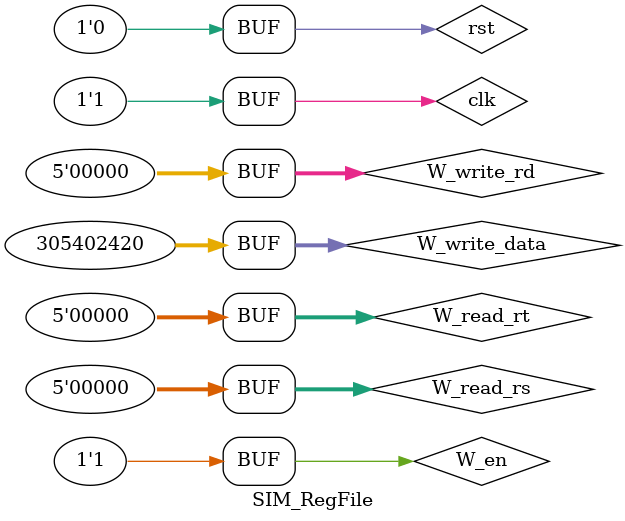
<source format=v>
`timescale 1ns / 1ps


module SIM_RegFile();
    reg clk, rst;
    reg [4:0] W_read_rs;
    reg [4:0] W_read_rt;
    reg [4:0] W_write_rd;
    reg [31:0] W_write_data;
    reg W_en;
    wire [31:0] R_read_rs_data;
    wire [31:0] R_read_rt_data;

    RegFile rg(
        clk, rst, W_read_rs, W_read_rt, W_write_rd, W_write_data,
        W_en, R_read_rs_data, R_read_rt_data            
    );

    initial begin
        clk = 1'b1;
        repeat (100) begin
            #10 clk = ~clk;
        end
    end

    integer i;

    initial begin
        #15 rst = 1'b1;
        #15 rst = 1'b0;

        #15 begin
            W_read_rs = 5'b000_00;
            W_read_rt = 5'b000_00;
        end

        #15 begin
            W_write_rd = 5'b000_00;
            W_en = 1'b1;
            W_write_data = 32'h1234_1234;
        end

        // #15 begin
        //     for (i = 1; i <= 32'hffff_ffff; i = i + 1) begin
        //         #15 begin
        //             W_read_rs = i;
        //         end
        //     end
        // end

    end

endmodule

</source>
